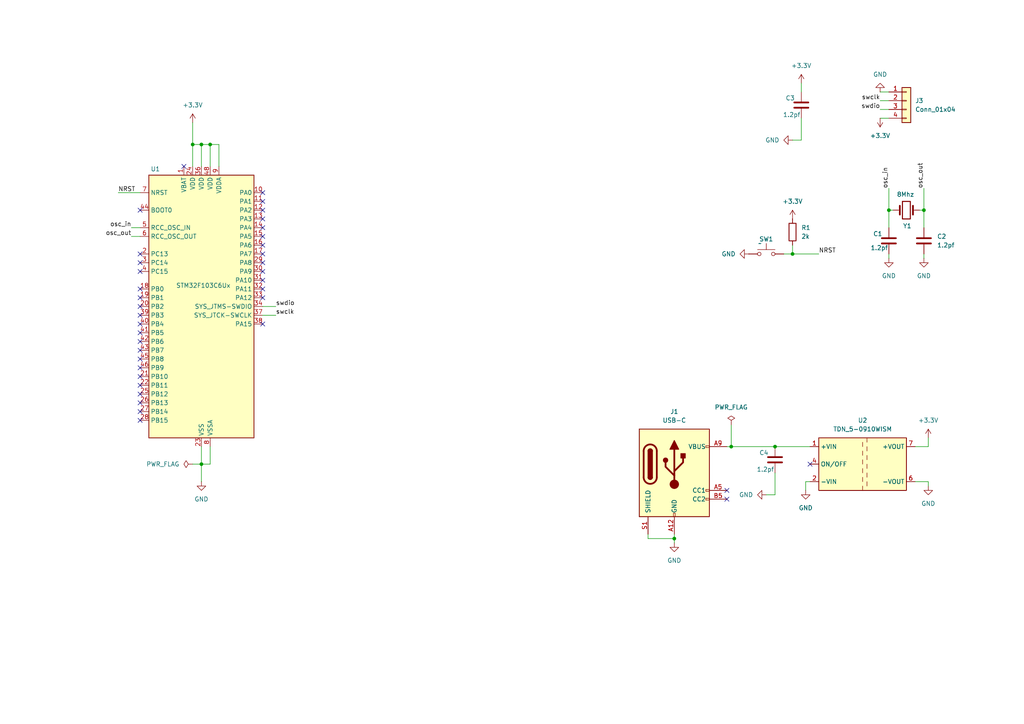
<source format=kicad_sch>
(kicad_sch (version 20231120) (generator "eeschema") (generator_version "8.0")
  (paper "A4")
  (lib_symbols
    (symbol "Connector:USB_C_Receptacle_PowerOnly_6P" (pin_names (offset 1.016))
      (property "Reference" "J" (at 0 16.51 0))
      (property "Value" "USB_C_Receptacle_PowerOnly_6P" (at 0 13.97 0))
      (symbol "USB_C_Receptacle_PowerOnly_6P_0_0"
        (rectangle (start -0.254 -12.7) (end 0.254 -11.684))
        (rectangle (start 10.16 -7.366) (end 9.144 -7.874))
        (rectangle (start 10.16 -4.826) (end 9.144 -5.334))
        (rectangle (start 10.16 7.874) (end 9.144 7.366))
      )
      (symbol "USB_C_Receptacle_PowerOnly_6P_0_1"
        (rectangle (start -10.16 12.7) (end 10.16 -12.7) (stroke (width 0.254)) (fill (type background)))
        (arc (start -8.89 -1.27) (mid -6.985 -3.1667) (end -5.08 -1.27) (stroke (width 0.508)))
        (arc (start -7.62 -1.27) (mid -6.985 -1.9023) (end -6.35 -1.27) (stroke (width 0.254)))
        (arc (start -7.62 -1.27) (mid -6.985 -1.9023) (end -6.35 -1.27) (stroke (width 0.254)) (fill (type outline)))
        (rectangle (start -7.62 -1.27) (end -6.35 6.35) (stroke (width 0.254)) (fill (type outline)))
        (arc (start -6.35 6.35) (mid -6.985 6.9823) (end -7.62 6.35) (stroke (width 0.254)))
        (arc (start -6.35 6.35) (mid -6.985 6.9823) (end -7.62 6.35) (stroke (width 0.254)) (fill (type outline)))
        (arc (start -5.08 6.35) (mid -6.985 8.2467) (end -8.89 6.35) (stroke (width 0.508)))
        (circle (center -2.54 3.683) (radius 0.635) (stroke (width 0.254)) (fill (type outline)))
        (circle (center 0 -3.302) (radius 1.27) (fill (type outline)))
        (polyline (pts (xy -8.89 -1.27) (xy -8.89 6.35)) (stroke (width 0.508)))
        (polyline (pts (xy -5.08 6.35) (xy -5.08 -1.27)) (stroke (width 0.508)))
        (polyline (pts (xy 0 -3.302) (xy 0 6.858)) (stroke (width 0.508)))
        (polyline (pts (xy 0 -0.762) (xy -2.54 1.778) (xy -2.54 3.048)) (stroke (width 0.508)))
        (polyline (pts (xy 0 0.508) (xy 2.54 3.048) (xy 2.54 4.318)) (stroke (width 0.508)))
        (polyline (pts (xy -1.27 6.858) (xy 0 9.398) (xy 1.27 6.858) (xy -1.27 6.858)) (stroke (width 0.254)) (fill (type outline)))
        (rectangle (start 1.905 4.318) (end 3.175 5.588) (stroke (width 0.254)) (fill (type outline)))
      )
      (symbol "USB_C_Receptacle_PowerOnly_6P_1_1"
        (pin passive line (at 0 -17.78 90) (length 5.08) (name "GND") (number "A12"))
        (pin bidirectional line (at 15.24 -5.08 180) (length 5.08) (name "CC1") (number "A5"))
        (pin passive line (at 15.24 7.62 180) (length 5.08) (name "VBUS") (number "A9"))
        (pin passive line (at 0 -17.78 90) (length 5.08) hide (name "GND") (number "B12"))
        (pin bidirectional line (at 15.24 -7.62 180) (length 5.08) (name "CC2") (number "B5"))
        (pin passive line (at 15.24 7.62 180) (length 5.08) hide (name "VBUS") (number "B9"))
        (pin passive line (at -7.62 -17.78 90) (length 5.08) (name "SHIELD") (number "S1"))
      )
    )
    (symbol "Connector_Generic:Conn_01x04" (pin_names (offset 1.016) hide)
      (property "Reference" "J" (at 0 5.08 0))
      (property "Value" "Conn_01x04" (at 0 -7.62 0))
      (symbol "Conn_01x04_1_1"
        (rectangle (start -1.27 -4.953) (end 0 -5.207) (stroke (width 0.1524)))
        (rectangle (start -1.27 -2.413) (end 0 -2.667) (stroke (width 0.1524)))
        (rectangle (start -1.27 0.127) (end 0 -0.127) (stroke (width 0.1524)))
        (rectangle (start -1.27 2.667) (end 0 2.413) (stroke (width 0.1524)))
        (rectangle (start -1.27 3.81) (end 1.27 -6.35) (stroke (width 0.254)) (fill (type background)))
        (pin passive line (at -5.08 2.54 0) (length 3.81) (name "Pin_1") (number "1"))
        (pin passive line (at -5.08 0 0) (length 3.81) (name "Pin_2") (number "2"))
        (pin passive line (at -5.08 -2.54 0) (length 3.81) (name "Pin_3") (number "3"))
        (pin passive line (at -5.08 -5.08 0) (length 3.81) (name "Pin_4") (number "4"))
      )
    )
    (symbol "Device:C" (pin_numbers hide) (pin_names (offset 0.254))
      (property "Reference" "C" (at 0.635 2.54 0))
      (property "Value" "C" (at 0.635 -2.54 0))
      (symbol "C_0_1"
        (polyline (pts (xy -2.032 -0.762) (xy 2.032 -0.762)) (stroke (width 0.508)))
        (polyline (pts (xy -2.032 0.762) (xy 2.032 0.762)) (stroke (width 0.508)))
      )
      (symbol "C_1_1"
        (pin passive line (at 0 3.81 270) (length 2.794) (name "~") (number "1"))
        (pin passive line (at 0 -3.81 90) (length 2.794) (name "~") (number "2"))
      )
    )
    (symbol "Device:Crystal" (pin_numbers hide) (pin_names (offset 1.016) hide)
      (property "Reference" "Y" (at 0 3.81 0))
      (property "Value" "Crystal" (at 0 -3.81 0))
      (symbol "Crystal_0_1"
        (rectangle (start -1.143 2.54) (end 1.143 -2.54) (stroke (width 0.3048)))
        (polyline (pts (xy -2.54 0) (xy -1.905 0)))
        (polyline (pts (xy -1.905 -1.27) (xy -1.905 1.27)) (stroke (width 0.508)))
        (polyline (pts (xy 1.905 -1.27) (xy 1.905 1.27)) (stroke (width 0.508)))
        (polyline (pts (xy 2.54 0) (xy 1.905 0)))
      )
      (symbol "Crystal_1_1"
        (pin passive line (at -3.81 0 0) (length 1.27) (name "1") (number "1"))
        (pin passive line (at 3.81 0 180) (length 1.27) (name "2") (number "2"))
      )
    )
    (symbol "Device:R" (pin_numbers hide) (pin_names (offset 0))
      (property "Reference" "R" (at 2.032 0 90))
      (property "Value" "R" (at 0 0 90))
      (symbol "R_0_1"
        (rectangle (start -1.016 -2.54) (end 1.016 2.54) (stroke (width 0.254)))
      )
      (symbol "R_1_1"
        (pin passive line (at 0 3.81 270) (length 1.27) (name "~") (number "1"))
        (pin passive line (at 0 -3.81 90) (length 1.27) (name "~") (number "2"))
      )
    )
    (symbol "MCU_ST_STM32F1:STM32F103C6Ux"
      (property "Reference" "U" (at -15.24 39.37 0))
      (property "Value" "STM32F103C6Ux" (at 7.62 39.37 0))
      (symbol "STM32F103C6Ux_0_1"
        (rectangle (start -15.24 -38.1) (end 15.24 38.1) (stroke (width 0.254)) (fill (type background)))
      )
      (symbol "STM32F103C6Ux_1_1"
        (pin power_in line (at -5.08 40.64 270) (length 2.54) (name "VBAT") (number "1"))
        (pin bidirectional line (at 17.78 33.02 180) (length 2.54) (name "PA0") (number "10"))
        (pin bidirectional line (at 17.78 30.48 180) (length 2.54) (name "PA1") (number "11"))
        (pin bidirectional line (at 17.78 27.94 180) (length 2.54) (name "PA2") (number "12"))
        (pin bidirectional line (at 17.78 25.4 180) (length 2.54) (name "PA3") (number "13"))
        (pin bidirectional line (at 17.78 22.86 180) (length 2.54) (name "PA4") (number "14"))
        (pin bidirectional line (at 17.78 20.32 180) (length 2.54) (name "PA5") (number "15"))
        (pin bidirectional line (at 17.78 17.78 180) (length 2.54) (name "PA6") (number "16"))
        (pin bidirectional line (at 17.78 15.24 180) (length 2.54) (name "PA7") (number "17"))
        (pin bidirectional line (at -17.78 5.08 0) (length 2.54) (name "PB0") (number "18"))
        (pin bidirectional line (at -17.78 2.54 0) (length 2.54) (name "PB1") (number "19"))
        (pin bidirectional line (at -17.78 15.24 0) (length 2.54) (name "PC13") (number "2"))
        (pin bidirectional line (at -17.78 0 0) (length 2.54) (name "PB2") (number "20"))
        (pin bidirectional line (at -17.78 -20.32 0) (length 2.54) (name "PB10") (number "21"))
        (pin bidirectional line (at -17.78 -22.86 0) (length 2.54) (name "PB11") (number "22"))
        (pin power_in line (at 0 -40.64 90) (length 2.54) (name "VSS") (number "23"))
        (pin power_in line (at -2.54 40.64 270) (length 2.54) (name "VDD") (number "24"))
        (pin bidirectional line (at -17.78 -25.4 0) (length 2.54) (name "PB12") (number "25"))
        (pin bidirectional line (at -17.78 -27.94 0) (length 2.54) (name "PB13") (number "26"))
        (pin bidirectional line (at -17.78 -30.48 0) (length 2.54) (name "PB14") (number "27"))
        (pin bidirectional line (at -17.78 -33.02 0) (length 2.54) (name "PB15") (number "28"))
        (pin bidirectional line (at 17.78 12.7 180) (length 2.54) (name "PA8") (number "29"))
        (pin bidirectional line (at -17.78 12.7 0) (length 2.54) (name "PC14") (number "3"))
        (pin bidirectional line (at 17.78 10.16 180) (length 2.54) (name "PA9") (number "30"))
        (pin bidirectional line (at 17.78 7.62 180) (length 2.54) (name "PA10") (number "31"))
        (pin bidirectional line (at 17.78 5.08 180) (length 2.54) (name "PA11") (number "32"))
        (pin bidirectional line (at 17.78 2.54 180) (length 2.54) (name "PA12") (number "33"))
        (pin bidirectional line (at 17.78 0 180) (length 2.54) (name "PA13") (number "34") (alternate "SYS_JTMS-SWDIO" bidirectional line))
        (pin passive line (at 0 -40.64 90) (length 2.54) hide (name "VSS") (number "35"))
        (pin power_in line (at 0 40.64 270) (length 2.54) (name "VDD") (number "36"))
        (pin bidirectional line (at 17.78 -2.54 180) (length 2.54) (name "PA14") (number "37") (alternate "SYS_JTCK-SWCLK" bidirectional line))
        (pin bidirectional line (at 17.78 -5.08 180) (length 2.54) (name "PA15") (number "38"))
        (pin bidirectional line (at -17.78 -2.54 0) (length 2.54) (name "PB3") (number "39"))
        (pin bidirectional line (at -17.78 10.16 0) (length 2.54) (name "PC15") (number "4"))
        (pin bidirectional line (at -17.78 -5.08 0) (length 2.54) (name "PB4") (number "40"))
        (pin bidirectional line (at -17.78 -7.62 0) (length 2.54) (name "PB5") (number "41"))
        (pin bidirectional line (at -17.78 -10.16 0) (length 2.54) (name "PB6") (number "42"))
        (pin bidirectional line (at -17.78 -12.7 0) (length 2.54) (name "PB7") (number "43"))
        (pin input line (at -17.78 27.94 0) (length 2.54) (name "BOOT0") (number "44"))
        (pin bidirectional line (at -17.78 -15.24 0) (length 2.54) (name "PB8") (number "45"))
        (pin bidirectional line (at -17.78 -17.78 0) (length 2.54) (name "PB9") (number "46"))
        (pin passive line (at 0 -40.64 90) (length 2.54) hide (name "VSS") (number "47"))
        (pin power_in line (at 2.54 40.64 270) (length 2.54) (name "VDD") (number "48"))
        (pin passive line (at 0 -40.64 90) (length 2.54) hide (name "VSS") (number "49"))
        (pin bidirectional line (at -17.78 22.86 0) (length 2.54) (name "PD0") (number "5") (alternate "RCC_OSC_IN" bidirectional line))
        (pin bidirectional line (at -17.78 20.32 0) (length 2.54) (name "PD1") (number "6") (alternate "RCC_OSC_OUT" bidirectional line))
        (pin input line (at -17.78 33.02 0) (length 2.54) (name "NRST") (number "7"))
        (pin power_in line (at 2.54 -40.64 90) (length 2.54) (name "VSSA") (number "8"))
        (pin power_in line (at 5.08 40.64 270) (length 2.54) (name "VDDA") (number "9"))
      )
    )
    (symbol "Regulator_Switching:TDN_5-0910WISM"
      (property "Reference" "U" (at -12.7 8.89 0))
      (property "Value" "TDN_5-0910WISM" (at 5.08 8.89 0))
      (symbol "TDN_5-0910WISM_0_1"
        (rectangle (start -12.7 7.62) (end 12.7 -7.62) (stroke (width 0.254)) (fill (type background)))
      )
      (symbol "TDN_5-0910WISM_1_1"
        (polyline (pts (xy 0 -6.35) (xy 0 -7.62)))
        (polyline (pts (xy 0 -3.81) (xy 0 -5.08)))
        (polyline (pts (xy 0 -1.27) (xy 0 -2.54)))
        (polyline (pts (xy 0 1.27) (xy 0 0)))
        (polyline (pts (xy 0 3.81) (xy 0 2.54)))
        (polyline (pts (xy 0 6.35) (xy 0 5.08)))
        (polyline (pts (xy 1.27 -5.08) (xy 1.27 -6.35)))
        (polyline (pts (xy 1.27 -2.54) (xy 1.27 -3.81)))
        (polyline (pts (xy 1.27 0) (xy 1.27 -1.27)))
        (polyline (pts (xy 1.27 2.54) (xy 1.27 1.27)))
        (polyline (pts (xy 1.27 5.08) (xy 1.27 3.81)))
        (polyline (pts (xy 1.27 7.62) (xy 1.27 6.35)))
        (pin power_in line (at -15.24 5.08 0) (length 2.54) (name "+VIN") (number "1"))
        (pin power_in line (at -15.24 -5.08 0) (length 2.54) (name "-VIN") (number "2"))
        (pin input line (at -15.24 0 0) (length 2.54) (name "ON/OFF") (number "4"))
        (pin no_connect line (at 12.7 2.54 180) (length 2.54) hide (name "NC") (number "5"))
        (pin power_out line (at 15.24 -5.08 180) (length 2.54) (name "-VOUT") (number "6"))
        (pin power_out line (at 15.24 5.08 180) (length 2.54) (name "+VOUT") (number "7"))
      )
    )
    (symbol "Switch:SW_Push" (pin_numbers hide) (pin_names (offset 1.016) hide)
      (property "Reference" "SW" (at 1.27 2.54 0))
      (property "Value" "SW_Push" (at 0 -1.524 0))
      (symbol "SW_Push_0_1"
        (circle (center -2.032 0) (radius 0.508))
        (polyline (pts (xy 0 1.27) (xy 0 3.048)))
        (polyline (pts (xy 2.54 1.27) (xy -2.54 1.27)))
        (circle (center 2.032 0) (radius 0.508))
        (pin passive line (at -5.08 0 0) (length 2.54) (name "1") (number "1"))
        (pin passive line (at 5.08 0 180) (length 2.54) (name "2") (number "2"))
      )
    )
    (symbol "power:+3.3V" (power) (pin_numbers hide) (pin_names (offset 0) hide)
      (property "Value" "+3.3V" (at 0 3.556 0))
      (symbol "+3.3V_0_1"
        (polyline (pts (xy -0.762 1.27) (xy 0 2.54)))
        (polyline (pts (xy 0 0) (xy 0 2.54)))
        (polyline (pts (xy 0 2.54) (xy 0.762 1.27)))
      )
      (symbol "+3.3V_1_1"
        (pin power_in line (at 0 0 90) (length 0) (name "~") (number "1"))
      )
    )
    (symbol "power:GND" (power) (pin_numbers hide) (pin_names (offset 0) hide)
      (property "Value" "GND" (at 0 -3.81 0))
      (symbol "GND_0_1"
        (polyline (pts (xy 0 0) (xy 0 -1.27) (xy 1.27 -1.27) (xy 0 -2.54) (xy -1.27 -1.27) (xy 0 -1.27)))
      )
      (symbol "GND_1_1"
        (pin power_in line (at 0 0 270) (length 0) (name "~") (number "1"))
      )
    )
    (symbol "power:PWR_FLAG" (power) (pin_numbers hide) (pin_names (offset 0) hide)
      (property "Value" "PWR_FLAG" (at 0 3.81 0))
      (symbol "PWR_FLAG_0_0"
        (pin power_out line (at 0 0 90) (length 0) (name "~") (number "1"))
      )
      (symbol "PWR_FLAG_0_1"
        (polyline (pts (xy 0 0) (xy 0 1.27) (xy -1.016 1.905) (xy 0 2.54) (xy 1.016 1.905) (xy 0 1.27)))
      )
    )
  )
  (junction (at 229.87 73.66))
  (junction (at 195.58 156.21))
  (junction (at 58.42 134.62))
  (junction (at 58.42 41.91))
  (junction (at 267.97 60.96))
  (junction (at 257.81 60.96))
  (junction (at 212.09 129.54))
  (junction (at 224.79 129.54))
  (junction (at 60.96 41.91))
  (junction (at 55.88 41.91))
  (no_connect (at 40.64 91.44))
  (no_connect (at 40.64 93.98))
  (no_connect (at 40.64 99.06))
  (no_connect (at 40.64 76.2))
  (no_connect (at 40.64 106.68))
  (no_connect (at 76.2 81.28))
  (no_connect (at 210.82 144.78))
  (no_connect (at 76.2 66.04))
  (no_connect (at 76.2 55.88))
  (no_connect (at 40.64 83.82))
  (no_connect (at 76.2 93.98))
  (no_connect (at 40.64 121.92))
  (no_connect (at 40.64 119.38))
  (no_connect (at 40.64 104.14))
  (no_connect (at 53.34 48.26))
  (no_connect (at 40.64 73.66))
  (no_connect (at 76.2 63.5))
  (no_connect (at 76.2 71.12))
  (no_connect (at 76.2 58.42))
  (no_connect (at 76.2 76.2))
  (no_connect (at 76.2 78.74))
  (no_connect (at 40.64 116.84))
  (no_connect (at 40.64 114.3))
  (no_connect (at 40.64 109.22))
  (no_connect (at 76.2 83.82))
  (no_connect (at 40.64 86.36))
  (no_connect (at 40.64 88.9))
  (no_connect (at 210.82 142.24))
  (no_connect (at 76.2 60.96))
  (no_connect (at 40.64 101.6))
  (no_connect (at 40.64 78.74))
  (no_connect (at 40.64 60.96))
  (no_connect (at 40.64 96.52))
  (no_connect (at 234.95 134.62))
  (no_connect (at 40.64 111.76))
  (no_connect (at 76.2 86.36))
  (no_connect (at 76.2 68.58))
  (no_connect (at 76.2 73.66))
  (wire (pts (xy 63.5 41.91) (xy 63.5 48.26)))
  (wire (pts (xy 265.43 129.54) (xy 269.24 129.54)))
  (wire (pts (xy 269.24 139.7) (xy 269.24 140.97)))
  (wire (pts (xy 255.27 29.21) (xy 257.81 29.21)))
  (wire (pts (xy 229.87 73.66) (xy 237.49 73.66)))
  (wire (pts (xy 38.1 66.04) (xy 40.64 66.04)))
  (wire (pts (xy 255.27 26.67) (xy 257.81 26.67)))
  (wire (pts (xy 267.97 60.96) (xy 267.97 66.04)))
  (wire (pts (xy 266.7 60.96) (xy 267.97 60.96)))
  (wire (pts (xy 58.42 41.91) (xy 58.42 48.26)))
  (wire (pts (xy 229.87 71.12) (xy 229.87 73.66)))
  (wire (pts (xy 224.79 129.54) (xy 234.95 129.54)))
  (wire (pts (xy 229.87 40.64) (xy 232.41 40.64)))
  (wire (pts (xy 195.58 157.48) (xy 195.58 156.21)))
  (wire (pts (xy 55.88 48.26) (xy 55.88 41.91)))
  (wire (pts (xy 267.97 54.61) (xy 267.97 60.96)))
  (wire (pts (xy 234.95 139.7) (xy 233.68 139.7)))
  (wire (pts (xy 267.97 73.66) (xy 267.97 74.93)))
  (wire (pts (xy 257.81 60.96) (xy 257.81 66.04)))
  (wire (pts (xy 269.24 127) (xy 269.24 129.54)))
  (wire (pts (xy 255.27 31.75) (xy 257.81 31.75)))
  (wire (pts (xy 195.58 156.21) (xy 195.58 154.94)))
  (wire (pts (xy 55.88 41.91) (xy 58.42 41.91)))
  (wire (pts (xy 187.96 156.21) (xy 195.58 156.21)))
  (wire (pts (xy 76.2 88.9) (xy 80.01 88.9)))
  (wire (pts (xy 224.79 137.16) (xy 224.79 143.51)))
  (wire (pts (xy 257.81 73.66) (xy 257.81 74.93)))
  (wire (pts (xy 55.88 35.56) (xy 55.88 41.91)))
  (wire (pts (xy 34.29 55.88) (xy 40.64 55.88)))
  (wire (pts (xy 212.09 123.19) (xy 212.09 129.54)))
  (wire (pts (xy 232.41 26.67) (xy 232.41 24.13)))
  (wire (pts (xy 212.09 129.54) (xy 224.79 129.54)))
  (wire (pts (xy 58.42 41.91) (xy 60.96 41.91)))
  (wire (pts (xy 187.96 154.94) (xy 187.96 156.21)))
  (wire (pts (xy 58.42 134.62) (xy 58.42 139.7)))
  (wire (pts (xy 76.2 91.44) (xy 80.01 91.44)))
  (wire (pts (xy 55.88 134.62) (xy 58.42 134.62)))
  (wire (pts (xy 227.33 73.66) (xy 229.87 73.66)))
  (wire (pts (xy 233.68 142.24) (xy 233.68 139.7)))
  (wire (pts (xy 232.41 34.29) (xy 232.41 40.64)))
  (wire (pts (xy 257.81 34.29) (xy 255.27 34.29)))
  (wire (pts (xy 210.82 129.54) (xy 212.09 129.54)))
  (wire (pts (xy 259.08 60.96) (xy 257.81 60.96)))
  (wire (pts (xy 257.81 54.61) (xy 257.81 60.96)))
  (wire (pts (xy 222.25 143.51) (xy 224.79 143.51)))
  (wire (pts (xy 265.43 139.7) (xy 269.24 139.7)))
  (wire (pts (xy 58.42 129.54) (xy 58.42 134.62)))
  (wire (pts (xy 60.96 41.91) (xy 60.96 48.26)))
  (wire (pts (xy 60.96 134.62) (xy 58.42 134.62)))
  (wire (pts (xy 60.96 129.54) (xy 60.96 134.62)))
  (wire (pts (xy 38.1 68.58) (xy 40.64 68.58)))
  (wire (pts (xy 60.96 41.91) (xy 63.5 41.91)))
  (label "osc_in" (at 257.81 54.61 90))
  (label "osc_out" (at 267.97 54.61 90))
  (label "osc_out" (at 38.1 68.58 180))
  (label "NRST" (at 237.49 73.66 0))
  (label "swdio" (at 255.27 31.75 180))
  (label "swclk" (at 80.01 91.44 0))
  (label "NRST" (at 34.29 55.88 0))
  (label "swdio" (at 80.01 88.9 0))
  (label "swclk" (at 255.27 29.21 180))
  (label "osc_in" (at 38.1 66.04 180))
  (symbol (lib_id "Connector_Generic:Conn_01x04") (at 262.89 29.21 0) (unit 1)
    (property "Reference" "J3" (at 265.43 29.2099 0) (effects (justify left)))
    (property "Value" "Conn_01x04" (at 265.43 31.7499 0) (effects (justify left)))
    (property "Footprint" "Connector_PinHeader_1.27mm:PinHeader_1x04_P1.27mm_Horizontal" (effects (hide yes)))
    (property "Description" "Generic connector, single row, 01x04, script generated (kicad-library-utils/schlib/autogen/connector/)" (effects (hide yes)))
  )
  (symbol (lib_id "power:GND") (at 195.58 157.48 0) (unit 1)
    (property "Reference" "#PWR07" (effects (hide yes)))
    (property "Value" "GND" (at 195.58 162.56 0))
    (property "Description" "Power symbol creates a global label with name \"GND\" , ground" (effects (hide yes)))
  )
  (symbol (lib_id "power:GND") (at 222.25 143.51 270) (unit 1)
    (property "Reference" "#PWR015" (effects (hide yes)))
    (property "Value" "GND" (at 218.44 143.5099 90) (effects (justify right)))
    (property "Description" "Power symbol creates a global label with name \"GND\" , ground" (effects (hide yes)))
  )
  (symbol (lib_id "power:PWR_FLAG") (at 212.09 123.19 0) (unit 1)
    (property "Reference" "#FLG03" (effects (hide yes)))
    (property "Value" "PWR_FLAG" (at 212.09 118.11 0))
    (property "Description" "Special symbol for telling ERC where power comes from" (effects (hide yes)))
  )
  (symbol (lib_id "power:GND") (at 267.97 74.93 0) (unit 1)
    (property "Reference" "#PWR06" (effects (hide yes)))
    (property "Value" "GND" (at 267.97 80.01 0))
    (property "Description" "Power symbol creates a global label with name \"GND\" , ground" (effects (hide yes)))
  )
  (symbol (lib_id "power:+3.3V") (at 255.27 34.29 180) (unit 1)
    (property "Reference" "#PWR011" (effects (hide yes)))
    (property "Value" "+3.3V" (at 255.27 39.37 0))
    (property "Description" "Power symbol creates a global label with name \"+3.3V\"" (effects (hide yes)))
  )
  (symbol (lib_id "power:GND") (at 257.81 74.93 0) (unit 1)
    (property "Reference" "#PWR05" (effects (hide yes)))
    (property "Value" "GND" (at 257.81 80.01 0))
    (property "Description" "Power symbol creates a global label with name \"GND\" , ground" (effects (hide yes)))
  )
  (symbol (lib_id "power:PWR_FLAG") (at 55.88 134.62 90) (unit 1)
    (property "Reference" "#FLG02" (effects (hide yes)))
    (property "Value" "PWR_FLAG" (at 52.07 134.6199 90) (effects (justify left)))
    (property "Description" "Special symbol for telling ERC where power comes from" (effects (hide yes)))
  )
  (symbol (lib_id "Connector:USB_C_Receptacle_PowerOnly_6P") (at 195.58 137.16 0) (unit 1)
    (property "Reference" "J1" (at 195.58 119.38 0))
    (property "Value" "USB-C" (at 195.58 121.92 0))
    (property "Footprint" "Connector_USB:USB_C_Receptacle_G-Switch_GT-USB-7025" (effects (hide yes)))
    (property "Datasheet" "https://www.usb.org/sites/default/files/documents/usb_type-c.zip" (effects (hide yes)))
    (property "Description" "USB Power-Only 6P Type-C Receptacle connector" (effects (hide yes)))
  )
  (symbol (lib_id "power:+3.3V") (at 269.24 127 0) (unit 1)
    (property "Reference" "#PWR010" (effects (hide yes)))
    (property "Value" "+3.3V" (at 269.24 121.92 0))
    (property "Description" "Power symbol creates a global label with name \"+3.3V\"" (effects (hide yes)))
  )
  (symbol (lib_id "Switch:SW_Push") (at 222.25 73.66 0) (unit 1)
    (property "Reference" "SW1" (at 224.282 69.342 0) (effects (justify right)))
    (property "Value" "~" (at 220.98 70.612 0) (effects (justify right)))
    (property "Footprint" "Button_Switch_THT:SW_PUSH_6mm" (effects (hide yes)))
    (property "Description" "Push button switch, generic, two pins" (effects (hide yes)))
  )
  (symbol (lib_id "power:GND") (at 233.68 142.24 0) (unit 1)
    (property "Reference" "#PWR08" (effects (hide yes)))
    (property "Value" "GND" (at 233.68 147.32 0))
    (property "Description" "Power symbol creates a global label with name \"GND\" , ground" (effects (hide yes)))
  )
  (symbol (lib_id "power:+3.3V") (at 232.41 24.13 0) (unit 1)
    (property "Reference" "#PWR01" (effects (hide yes)))
    (property "Value" "+3.3V" (at 232.41 19.05 0))
    (property "Description" "Power symbol creates a global label with name \"+3.3V\"" (effects (hide yes)))
  )
  (symbol (lib_id "Device:C") (at 232.41 30.48 0) (unit 1)
    (property "Reference" "C3" (at 227.838 28.448 0) (effects (justify left)))
    (property "Value" "1.2pf" (at 227.076 33.274 0) (effects (justify left)))
    (property "Footprint" "Capacitor_SMD:C_0201_0603Metric_Pad0.64x0.40mm_HandSolder" (effects (hide yes)))
    (property "Description" "Unpolarized capacitor" (effects (hide yes)))
  )
  (symbol (lib_id "Device:Crystal") (at 262.89 60.96 0) (mirror x) (unit 1)
    (property "Reference" "Y1" (at 263.144 65.532 0))
    (property "Value" "8Mhz" (at 262.636 56.388 0))
    (property "Footprint" "Crystal:Crystal_HC49-4H_Vertical" (effects (hide yes)))
    (property "Description" "Two pin crystal" (effects (hide yes)))
  )
  (symbol (lib_id "Device:C") (at 267.97 69.85 0) (unit 1)
    (property "Reference" "C2" (at 271.78 68.5799 0) (effects (justify left)))
    (property "Value" "1.2pf" (at 271.78 71.1199 0) (effects (justify left)))
    (property "Footprint" "Capacitor_SMD:C_0201_0603Metric_Pad0.64x0.40mm_HandSolder" (effects (hide yes)))
    (property "Description" "Unpolarized capacitor" (effects (hide yes)))
  )
  (symbol (lib_id "power:GND") (at 58.42 139.7 0) (unit 1)
    (property "Reference" "#PWR02" (effects (hide yes)))
    (property "Value" "GND" (at 58.42 144.78 0))
    (property "Description" "Power symbol creates a global label with name \"GND\" , ground" (effects (hide yes)))
  )
  (symbol (lib_id "power:GND") (at 229.87 40.64 270) (unit 1)
    (property "Reference" "#PWR013" (effects (hide yes)))
    (property "Value" "GND" (at 226.06 40.6399 90) (effects (justify right)))
    (property "Description" "Power symbol creates a global label with name \"GND\" , ground" (effects (hide yes)))
  )
  (symbol (lib_id "Device:C") (at 224.79 133.35 0) (unit 1)
    (property "Reference" "C4" (at 220.218 131.318 0) (effects (justify left)))
    (property "Value" "1.2pf" (at 219.456 136.144 0) (effects (justify left)))
    (property "Footprint" "Capacitor_SMD:C_0201_0603Metric_Pad0.64x0.40mm_HandSolder" (effects (hide yes)))
    (property "Description" "Unpolarized capacitor" (effects (hide yes)))
  )
  (symbol (lib_id "power:GND") (at 217.17 73.66 270) (unit 1)
    (property "Reference" "#PWR04" (effects (hide yes)))
    (property "Value" "GND" (at 213.36 73.6599 90) (effects (justify right)))
    (property "Description" "Power symbol creates a global label with name \"GND\" , ground" (effects (hide yes)))
  )
  (symbol (lib_id "power:GND") (at 269.24 140.97 0) (unit 1)
    (property "Reference" "#PWR09" (effects (hide yes)))
    (property "Value" "GND" (at 269.24 146.05 0))
    (property "Description" "Power symbol creates a global label with name \"GND\" , ground" (effects (hide yes)))
  )
  (symbol (lib_id "Regulator_Switching:TDN_5-0910WISM") (at 250.19 134.62 0) (unit 1)
    (property "Reference" "U2" (at 250.19 121.92 0))
    (property "Value" "TDN_5-0910WISM" (at 250.19 124.46 0))
    (property "Footprint" "Converter_DCDC:Converter_DCDC_TRACO_TDN_5-xxxxWISM_SMD" (effects (hide yes)))
    (property "Datasheet" "https://assets.tracopower.com/20190626081517/TDN5WISM/documents/tdn5wism-datasheet.pdf" (effects (hide yes)))
    (property "Description" "Input 4.5 to 13.2V, Output 3.3V" (effects (hide yes)))
  )
  (symbol (lib_id "power:+3.3V") (at 229.87 63.5 0) (unit 1)
    (property "Reference" "#PWR03" (effects (hide yes)))
    (property "Value" "+3.3V" (at 229.87 58.42 0))
    (property "Description" "Power symbol creates a global label with name \"+3.3V\"" (effects (hide yes)))
  )
  (symbol (lib_id "Device:R") (at 229.87 67.31 0) (unit 1)
    (property "Reference" "R1" (at 232.41 66.0399 0) (effects (justify left)))
    (property "Value" "2k" (at 232.41 68.5799 0) (effects (justify left)))
    (property "Footprint" "Resistor_SMD:R_0201_0603Metric" (effects (hide yes)))
    (property "Description" "Resistor" (effects (hide yes)))
  )
  (symbol (lib_id "Device:C") (at 257.81 69.85 0) (unit 1)
    (property "Reference" "C1" (at 253.238 67.818 0) (effects (justify left)))
    (property "Value" "1.2pf" (at 252.476 71.882 0) (effects (justify left)))
    (property "Footprint" "Capacitor_SMD:C_0201_0603Metric_Pad0.64x0.40mm_HandSolder" (effects (hide yes)))
    (property "Description" "Unpolarized capacitor" (effects (hide yes)))
  )
  (symbol (lib_id "power:GND") (at 255.27 26.67 180) (unit 1)
    (property "Reference" "#PWR012" (effects (hide yes)))
    (property "Value" "GND" (at 255.27 21.59 0))
    (property "Description" "Power symbol creates a global label with name \"GND\" , ground" (effects (hide yes)))
  )
  (symbol (lib_id "MCU_ST_STM32F1:STM32F103C6Ux") (at 58.42 88.9 0) (unit 1) (exclude_from_sim yes)
    (property "Reference" "U1" (at 43.688 49.022 0) (effects (justify left)))
    (property "Value" "STM32F103C6Ux" (at 51.054 82.804 0) (effects (justify left)))
    (property "Footprint" "Package_DFN_QFN:QFN-48-1EP_7x7mm_P0.5mm_EP5.6x5.6mm" (effects (hide yes)))
    (property "Datasheet" "https://www.st.com/resource/en/datasheet/stm32f103c6.pdf" (effects (hide yes)))
    (property "Description" "STMicroelectronics Arm Cortex-M3 MCU, 32KB flash, 10KB RAM, 72 MHz, 2.0-3.6V, 37 GPIO, UFQFPN48" (effects (hide yes)))
    (property "Sim.Library" "/Volumes/studio/stm32f1/stm32f1-ibis/f101c6.ibs" (effects (hide yes)))
    (property "Sim.Name" "STM32F101C6" (effects (hide yes)))
    (property "Sim.Ibis.Pin" "6" (effects (hide yes)))
    (property "Sim.Device" "IBIS" (effects (hide yes)))
    (property "Sim.Type" "RECTDRIVER" (effects (hide yes)))
    (property "Sim.Pins" "1=GND 6=IN/OUT" (effects (hide yes)))
    (property "Sim.Ibis.Model" "IO8TC" (effects (hide yes)))
    (property "Sim.Params" "ton=2u toff=3u td=1u n=100" (effects (hide yes)))
    (pin "34" (alternate "SYS_JTMS-SWDIO"))
    (pin "37" (alternate "SYS_JTCK-SWCLK"))
    (pin "5" (alternate "RCC_OSC_IN"))
    (pin "6" (alternate "RCC_OSC_OUT"))
  )
  (symbol (lib_id "power:+3.3V") (at 55.88 35.56 0) (unit 1)
    (property "Reference" "#PWR014" (effects (hide yes)))
    (property "Value" "+3.3V" (at 55.88 30.48 0))
    (property "Description" "Power symbol creates a global label with name \"+3.3V\"" (effects (hide yes)))
  )
)
</source>
